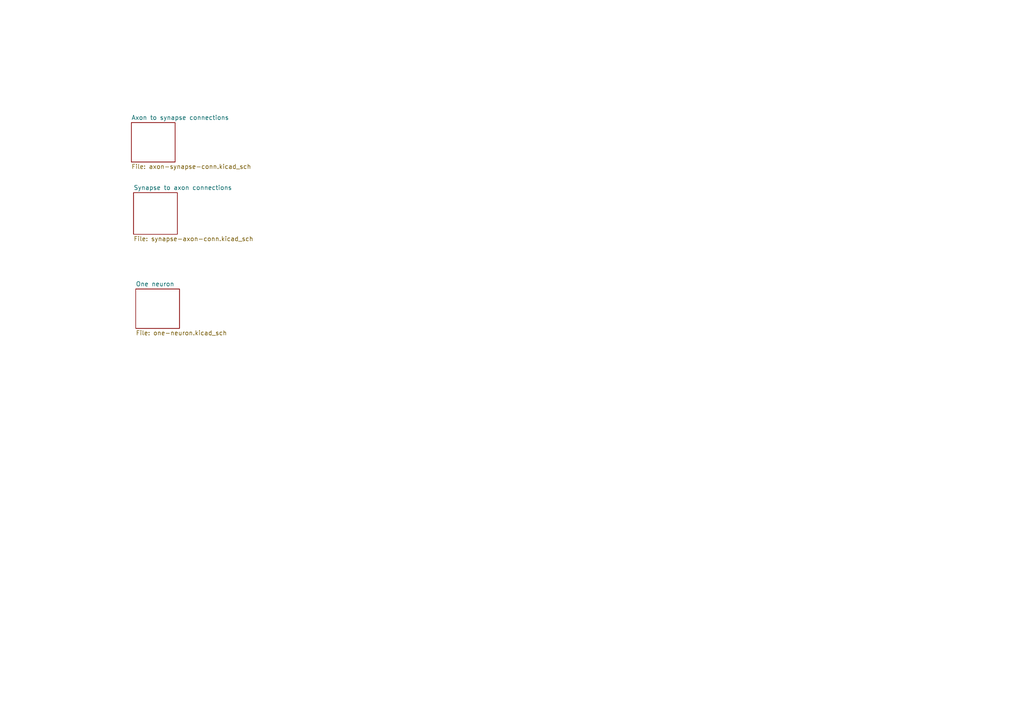
<source format=kicad_sch>
(kicad_sch (version 20230121) (generator eeschema)
  (paper "A4")
  (lib_symbols)
  (sheet (at 38.735 55.88) (size 12.7 12.065) (stroke (width 0.1524))
    (property "Sheetname" "Synapse to axon connections" (at 38.735 55.1684 0) (effects (justify left bottom)))
    (property "Sheetfile" "synapse-axon-conn.kicad_sch" (at 38.735 68.5296 0) (effects (justify left top)))
  )
  (sheet (at 38.1 35.56) (size 12.7 11.43) (stroke (width 0.1524))
    (property "Sheetname" "Axon to synapse connections" (at 38.1 34.8484 0) (effects (justify left bottom)))
    (property "Sheetfile" "axon-synapse-conn.kicad_sch" (at 38.1 47.5746 0) (effects (justify left top)))
  )
  (sheet (at 39.37 83.82) (size 12.7 11.43) (stroke (width 0.1524))
    (property "Sheetname" "One neuron" (at 39.37 83.1084 0) (effects (justify left bottom)))
    (property "Sheetfile" "one-neuron.kicad_sch" (at 39.37 95.8346 0) (effects (justify left top)))
  )
)
</source>
